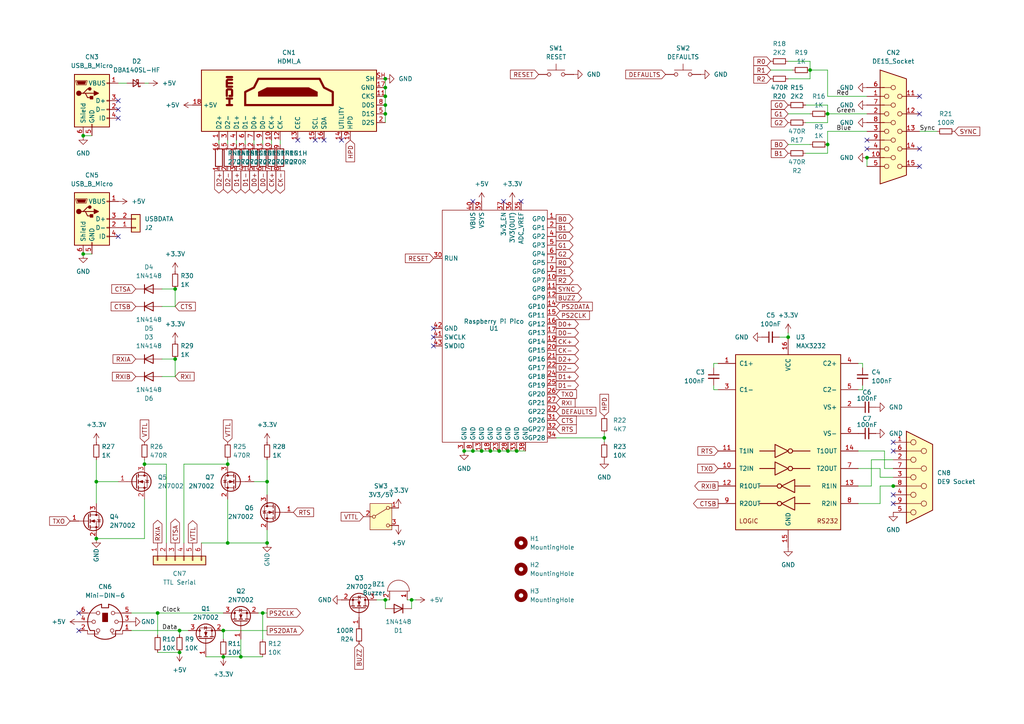
<source format=kicad_sch>
(kicad_sch (version 20231120) (generator "eeschema") (generator_version "8.0")
  (paper "A4")
  (junction (at 111.76 22.86))
  (junction (at 149.86 130.81))
  (junction (at 52.07 182.88))
  (junction (at 27.94 156.21))
  (junction (at 50.8 83.82))
  (junction (at 45.72 177.8))
  (junction (at 66.04 157.48))
  (junction (at 111.76 30.48))
  (junction (at 259.08 140.97))
  (junction (at 77.47 139.7))
  (junction (at 77.47 157.48))
  (junction (at 111.76 27.94))
  (junction (at 240.03 33.02))
  (junction (at 147.32 130.81))
  (junction (at 76.2 177.8))
  (junction (at 111.76 33.02))
  (junction (at 137.16 130.81))
  (junction (at 69.85 190.5))
  (junction (at 27.94 139.7))
  (junction (at 64.77 190.5))
  (junction (at 228.6 97.79))
  (junction (at 119.38 173.99))
  (junction (at 240.03 41.91))
  (junction (at 175.26 127))
  (junction (at 111.76 25.4))
  (junction (at 24.13 39.37))
  (junction (at 50.8 104.14))
  (junction (at 144.78 130.81))
  (junction (at 139.7 130.81))
  (junction (at 66.04 134.62))
  (junction (at 41.91 134.62))
  (junction (at 111.76 173.99))
  (junction (at 24.13 73.66))
  (junction (at 142.24 130.81))
  (junction (at 52.07 189.23))
  (junction (at 134.62 130.81))
  (junction (at 64.77 182.88))
  (junction (at 234.95 20.32))
  (junction (at 251.46 45.72))
  (no_connect (at 93.98 40.64))
  (no_connect (at 91.44 40.64))
  (no_connect (at 266.7 27.94))
  (no_connect (at 137.16 58.42))
  (no_connect (at 146.05 58.42))
  (no_connect (at 266.7 33.02))
  (no_connect (at 34.29 31.75))
  (no_connect (at 22.86 182.88))
  (no_connect (at 34.29 34.29))
  (no_connect (at 99.06 40.64))
  (no_connect (at 259.08 128.27))
  (no_connect (at 266.7 48.26))
  (no_connect (at 34.29 29.21))
  (no_connect (at 259.08 143.51))
  (no_connect (at 266.7 43.18))
  (no_connect (at 151.13 58.42))
  (no_connect (at 251.46 40.64))
  (no_connect (at 34.29 68.58))
  (no_connect (at 86.36 40.64))
  (no_connect (at 125.73 97.79))
  (no_connect (at 22.86 177.8))
  (no_connect (at 259.08 146.05))
  (no_connect (at 125.73 95.25))
  (no_connect (at 251.46 43.18))
  (no_connect (at 125.73 100.33))
  (no_connect (at 259.08 130.81))
  (wire (pts (xy 45.72 189.23) (xy 52.07 189.23)))
  (wire (pts (xy 50.8 109.22) (xy 50.8 104.14)))
  (wire (pts (xy 64.77 190.5) (xy 69.85 190.5)))
  (wire (pts (xy 76.2 177.8) (xy 74.93 177.8)))
  (wire (pts (xy 77.47 139.7) (xy 77.47 143.51)))
  (wire (pts (xy 144.78 130.81) (xy 147.32 130.81)))
  (wire (pts (xy 234.95 20.32) (xy 234.95 22.86)))
  (wire (pts (xy 251.46 45.72) (xy 251.46 48.26)))
  (wire (pts (xy 234.95 17.78) (xy 234.95 20.32)))
  (wire (pts (xy 149.86 130.81) (xy 152.4 130.81)))
  (wire (pts (xy 50.8 88.9) (xy 50.8 83.82)))
  (wire (pts (xy 208.28 105.41) (xy 207.01 105.41)))
  (wire (pts (xy 111.76 25.4) (xy 111.76 27.94)))
  (wire (pts (xy 118.11 173.99) (xy 119.38 173.99)))
  (wire (pts (xy 252.73 133.35) (xy 259.08 133.35)))
  (wire (pts (xy 48.26 157.48) (xy 48.26 134.62)))
  (wire (pts (xy 161.29 127) (xy 175.26 127)))
  (wire (pts (xy 36.83 24.13) (xy 34.29 24.13)))
  (wire (pts (xy 69.85 190.5) (xy 76.2 190.5)))
  (wire (pts (xy 259.08 135.89) (xy 256.54 135.89)))
  (wire (pts (xy 71.12 41.91) (xy 71.12 40.64)))
  (wire (pts (xy 27.94 139.7) (xy 27.94 146.05)))
  (wire (pts (xy 250.19 105.41) (xy 250.19 106.68)))
  (wire (pts (xy 271.78 38.1) (xy 266.7 38.1)))
  (wire (pts (xy 260.35 140.97) (xy 259.08 140.97)))
  (wire (pts (xy 228.6 41.91) (xy 234.95 41.91)))
  (wire (pts (xy 76.2 185.42) (xy 76.2 177.8)))
  (wire (pts (xy 45.72 177.8) (xy 64.77 177.8)))
  (wire (pts (xy 63.5 41.91) (xy 63.5 40.64)))
  (wire (pts (xy 228.6 22.86) (xy 234.95 22.86)))
  (wire (pts (xy 81.28 41.91) (xy 81.28 40.64)))
  (wire (pts (xy 240.03 35.56) (xy 240.03 33.02)))
  (wire (pts (xy 252.73 133.35) (xy 252.73 140.97)))
  (wire (pts (xy 111.76 173.99) (xy 111.76 176.53)))
  (wire (pts (xy 137.16 130.81) (xy 139.7 130.81)))
  (wire (pts (xy 207.01 105.41) (xy 207.01 106.68)))
  (wire (pts (xy 73.66 41.91) (xy 73.66 40.64)))
  (wire (pts (xy 45.72 177.8) (xy 45.72 184.15)))
  (wire (pts (xy 63.5 182.88) (xy 64.77 182.88)))
  (wire (pts (xy 119.38 173.99) (xy 120.65 173.99)))
  (wire (pts (xy 111.76 22.86) (xy 111.76 25.4)))
  (wire (pts (xy 66.04 157.48) (xy 77.47 157.48)))
  (wire (pts (xy 256.54 130.81) (xy 248.92 130.81)))
  (wire (pts (xy 76.2 41.91) (xy 76.2 40.64)))
  (wire (pts (xy 38.1 182.88) (xy 52.07 182.88)))
  (wire (pts (xy 256.54 135.89) (xy 256.54 130.81)))
  (wire (pts (xy 255.27 138.43) (xy 259.08 138.43)))
  (wire (pts (xy 240.03 33.02) (xy 251.46 33.02)))
  (wire (pts (xy 111.76 30.48) (xy 111.76 33.02)))
  (wire (pts (xy 109.22 173.99) (xy 111.76 173.99)))
  (wire (pts (xy 66.04 133.35) (xy 66.04 134.62)))
  (wire (pts (xy 251.46 38.1) (xy 240.03 38.1)))
  (wire (pts (xy 228.6 17.78) (xy 234.95 17.78)))
  (wire (pts (xy 46.99 109.22) (xy 50.8 109.22)))
  (wire (pts (xy 46.99 83.82) (xy 50.8 83.82)))
  (wire (pts (xy 58.42 157.48) (xy 66.04 157.48)))
  (wire (pts (xy 252.73 140.97) (xy 248.92 140.97)))
  (wire (pts (xy 226.06 97.79) (xy 228.6 97.79)))
  (wire (pts (xy 41.91 144.78) (xy 41.91 156.21)))
  (wire (pts (xy 77.47 133.35) (xy 77.47 139.7)))
  (wire (pts (xy 207.01 113.03) (xy 208.28 113.03)))
  (wire (pts (xy 46.99 104.14) (xy 50.8 104.14)))
  (wire (pts (xy 248.92 105.41) (xy 250.19 105.41)))
  (wire (pts (xy 73.66 139.7) (xy 77.47 139.7)))
  (wire (pts (xy 41.91 24.13) (xy 43.18 24.13)))
  (wire (pts (xy 142.24 130.81) (xy 144.78 130.81)))
  (wire (pts (xy 64.77 182.88) (xy 77.47 182.88)))
  (wire (pts (xy 255.27 135.89) (xy 248.92 135.89)))
  (wire (pts (xy 240.03 20.32) (xy 240.03 27.94)))
  (wire (pts (xy 68.58 41.91) (xy 68.58 40.64)))
  (wire (pts (xy 41.91 156.21) (xy 27.94 156.21)))
  (wire (pts (xy 77.47 157.48) (xy 77.47 153.67)))
  (wire (pts (xy 233.68 44.45) (xy 240.03 44.45)))
  (wire (pts (xy 46.99 88.9) (xy 50.8 88.9)))
  (wire (pts (xy 66.04 41.91) (xy 66.04 40.64)))
  (wire (pts (xy 111.76 33.02) (xy 111.76 35.56)))
  (wire (pts (xy 52.07 182.88) (xy 54.61 182.88)))
  (wire (pts (xy 240.03 30.48) (xy 240.03 33.02)))
  (wire (pts (xy 76.2 177.8) (xy 77.47 177.8)))
  (wire (pts (xy 119.38 173.99) (xy 119.38 176.53)))
  (wire (pts (xy 255.27 140.97) (xy 259.08 140.97)))
  (wire (pts (xy 64.77 182.88) (xy 64.77 185.42)))
  (wire (pts (xy 233.68 35.56) (xy 240.03 35.56)))
  (wire (pts (xy 228.6 33.02) (xy 234.95 33.02)))
  (wire (pts (xy 38.1 177.8) (xy 45.72 177.8)))
  (wire (pts (xy 53.34 157.48) (xy 53.34 134.62)))
  (wire (pts (xy 234.95 20.32) (xy 240.03 20.32)))
  (wire (pts (xy 134.62 130.81) (xy 137.16 130.81)))
  (wire (pts (xy 111.76 173.99) (xy 113.03 173.99)))
  (wire (pts (xy 223.52 20.32) (xy 229.87 20.32)))
  (wire (pts (xy 250.19 113.03) (xy 248.92 113.03)))
  (wire (pts (xy 255.27 138.43) (xy 255.27 135.89)))
  (wire (pts (xy 240.03 27.94) (xy 251.46 27.94)))
  (wire (pts (xy 111.76 27.94) (xy 111.76 30.48)))
  (wire (pts (xy 240.03 44.45) (xy 240.03 41.91)))
  (wire (pts (xy 228.6 96.52) (xy 228.6 97.79)))
  (wire (pts (xy 66.04 144.78) (xy 66.04 157.48)))
  (wire (pts (xy 27.94 133.35) (xy 27.94 139.7)))
  (wire (pts (xy 250.19 111.76) (xy 250.19 113.03)))
  (wire (pts (xy 139.7 130.81) (xy 142.24 130.81)))
  (wire (pts (xy 175.26 125.73) (xy 175.26 127)))
  (wire (pts (xy 41.91 133.35) (xy 41.91 134.62)))
  (wire (pts (xy 24.13 39.37) (xy 26.67 39.37)))
  (wire (pts (xy 240.03 38.1) (xy 240.03 41.91)))
  (wire (pts (xy 69.85 185.42) (xy 69.85 190.5)))
  (wire (pts (xy 248.92 146.05) (xy 255.27 146.05)))
  (wire (pts (xy 175.26 127) (xy 175.26 128.27)))
  (wire (pts (xy 53.34 134.62) (xy 66.04 134.62)))
  (wire (pts (xy 59.69 190.5) (xy 64.77 190.5)))
  (wire (pts (xy 78.74 41.91) (xy 78.74 40.64)))
  (wire (pts (xy 147.32 130.81) (xy 149.86 130.81)))
  (wire (pts (xy 52.07 184.15) (xy 52.07 182.88)))
  (wire (pts (xy 24.13 73.66) (xy 26.67 73.66)))
  (wire (pts (xy 255.27 146.05) (xy 255.27 140.97)))
  (wire (pts (xy 233.68 30.48) (xy 240.03 30.48)))
  (wire (pts (xy 207.01 111.76) (xy 207.01 113.03)))
  (wire (pts (xy 34.29 139.7) (xy 27.94 139.7)))
  (wire (pts (xy 48.26 134.62) (xy 41.91 134.62)))
  (label "Blue" (at 242.57 38.1 0))
  (label "Green" (at 242.57 33.02 0))
  (label "Clock" (at 46.99 177.8 0))
  (label "Sync" (at 266.7 38.1 0))
  (label "Red" (at 242.57 27.94 0))
  (label "Data" (at 46.99 182.88 0))
  (global_label "CK+" (shape output) (at 78.74 49.53 270) (property "Intersheetrefs" "${INTERSHEET_REFS}" (effects (hide yes))))
  (global_label "HPD" (shape input) (at 175.26 120.65 90) (property "Intersheetrefs" "${INTERSHEET_REFS}" (effects (hide yes))))
  (global_label "CK-" (shape output) (at 81.28 49.53 270) (property "Intersheetrefs" "${INTERSHEET_REFS}" (effects (hide yes))))
  (global_label "DEFAULTS" (shape input) (at 193.04 21.59 180) (property "Intersheetrefs" "${INTERSHEET_REFS}" (effects (hide yes))))
  (global_label "D1-" (shape output) (at 71.12 49.53 270) (property "Intersheetrefs" "${INTERSHEET_REFS}" (effects (hide yes))))
  (global_label "RESET" (shape input) (at 156.21 21.59 180) (property "Intersheetrefs" "${INTERSHEET_REFS}" (effects (hide yes))))
  (global_label "RTS" (shape input) (at 161.29 124.46 0) (property "Intersheetrefs" "${INTERSHEET_REFS}" (effects (hide yes))))
  (global_label "HPD" (shape input) (at 101.6 40.64 270) (property "Intersheetrefs" "${INTERSHEET_REFS}" (effects (hide yes))))
  (global_label "B1" (shape output) (at 161.29 66.04 0) (property "Intersheetrefs" "${INTERSHEET_REFS}" (effects (hide yes))))
  (global_label "PS2DATA" (shape input) (at 161.29 88.9 0) (property "Intersheetrefs" "${INTERSHEET_REFS}" (effects (hide yes))))
  (global_label "PS2DATA" (shape output) (at 77.47 182.88 0) (property "Intersheetrefs" "${INTERSHEET_REFS}" (effects (hide yes))))
  (global_label "RXIB" (shape output) (at 208.28 140.97 180) (property "Intersheetrefs" "${INTERSHEET_REFS}" (effects (hide yes))))
  (global_label "G2" (shape output) (at 161.29 73.66 0) (property "Intersheetrefs" "${INTERSHEET_REFS}" (effects (hide yes))))
  (global_label "CTS" (shape input) (at 50.8 88.9 0) (property "Intersheetrefs" "${INTERSHEET_REFS}" (effects (hide yes))))
  (global_label "D2+" (shape output) (at 63.5 49.53 270) (property "Intersheetrefs" "${INTERSHEET_REFS}" (effects (hide yes))))
  (global_label "CTSA" (shape input) (at 39.37 83.82 180) (property "Intersheetrefs" "${INTERSHEET_REFS}" (effects (hide yes))))
  (global_label "CTS" (shape input) (at 161.29 121.92 0) (property "Intersheetrefs" "${INTERSHEET_REFS}" (effects (hide yes))))
  (global_label "VTTL" (shape input) (at 105.41 149.86 180) (property "Intersheetrefs" "${INTERSHEET_REFS}" (effects (hide yes))))
  (global_label "D2-" (shape output) (at 66.04 49.53 270) (property "Intersheetrefs" "${INTERSHEET_REFS}" (effects (hide yes))))
  (global_label "VTTL" (shape output) (at 55.88 157.48 90) (property "Intersheetrefs" "${INTERSHEET_REFS}" (effects (hide yes))))
  (global_label "B0" (shape output) (at 161.29 63.5 0) (property "Intersheetrefs" "${INTERSHEET_REFS}" (effects (hide yes))))
  (global_label "D0-" (shape output) (at 76.2 49.53 270) (property "Intersheetrefs" "${INTERSHEET_REFS}" (effects (hide yes))))
  (global_label "CTSB" (shape input) (at 39.37 88.9 180) (property "Intersheetrefs" "${INTERSHEET_REFS}" (effects (hide yes))))
  (global_label "G2" (shape input) (at 228.6 35.56 180) (property "Intersheetrefs" "${INTERSHEET_REFS}" (effects (hide yes))))
  (global_label "SYNC" (shape input) (at 276.86 38.1 0) (property "Intersheetrefs" "${INTERSHEET_REFS}" (effects (hide yes))))
  (global_label "VTTL" (shape input) (at 41.91 128.27 90) (property "Intersheetrefs" "${INTERSHEET_REFS}" (effects (hide yes))))
  (global_label "CTSA" (shape output) (at 50.8 157.48 90) (property "Intersheetrefs" "${INTERSHEET_REFS}" (effects (hide yes))))
  (global_label "D0+" (shape output) (at 161.29 93.98 0) (property "Intersheetrefs" "${INTERSHEET_REFS}" (effects (hide yes))))
  (global_label "BUZZ" (shape output) (at 161.29 86.36 0) (property "Intersheetrefs" "${INTERSHEET_REFS}" (effects (hide yes))))
  (global_label "R0" (shape input) (at 223.52 17.78 180) (property "Intersheetrefs" "${INTERSHEET_REFS}" (effects (hide yes))))
  (global_label "R1" (shape input) (at 223.52 20.32 180) (property "Intersheetrefs" "${INTERSHEET_REFS}" (effects (hide yes))))
  (global_label "RTS" (shape input) (at 208.28 130.81 180) (property "Intersheetrefs" "${INTERSHEET_REFS}" (effects (hide yes))))
  (global_label "R2" (shape output) (at 161.29 81.28 0) (property "Intersheetrefs" "${INTERSHEET_REFS}" (effects (hide yes))))
  (global_label "R2" (shape input) (at 223.52 22.86 180) (property "Intersheetrefs" "${INTERSHEET_REFS}" (effects (hide yes))))
  (global_label "TXO" (shape input) (at 208.28 135.89 180) (property "Intersheetrefs" "${INTERSHEET_REFS}" (effects (hide yes))))
  (global_label "D0+" (shape output) (at 73.66 49.53 270) (property "Intersheetrefs" "${INTERSHEET_REFS}" (effects (hide yes))))
  (global_label "D2+" (shape output) (at 161.29 104.14 0) (property "Intersheetrefs" "${INTERSHEET_REFS}" (effects (hide yes))))
  (global_label "RTS" (shape input) (at 85.09 148.59 0) (property "Intersheetrefs" "${INTERSHEET_REFS}" (effects (hide yes))))
  (global_label "RXIA" (shape output) (at 45.72 157.48 90) (property "Intersheetrefs" "${INTERSHEET_REFS}" (effects (hide yes))))
  (global_label "CK+" (shape output) (at 161.29 99.06 0) (property "Intersheetrefs" "${INTERSHEET_REFS}" (effects (hide yes))))
  (global_label "TXO" (shape input) (at 161.29 114.3 0) (property "Intersheetrefs" "${INTERSHEET_REFS}" (effects (hide yes))))
  (global_label "VTTL" (shape input) (at 66.04 128.27 90) (property "Intersheetrefs" "${INTERSHEET_REFS}" (effects (hide yes))))
  (global_label "G1" (shape output) (at 161.29 71.12 0) (property "Intersheetrefs" "${INTERSHEET_REFS}" (effects (hide yes))))
  (global_label "CTSB" (shape output) (at 208.28 146.05 180) (property "Intersheetrefs" "${INTERSHEET_REFS}" (effects (hide yes))))
  (global_label "D1+" (shape output) (at 68.58 49.53 270) (property "Intersheetrefs" "${INTERSHEET_REFS}" (effects (hide yes))))
  (global_label "CK-" (shape output) (at 161.29 101.6 0) (property "Intersheetrefs" "${INTERSHEET_REFS}" (effects (hide yes))))
  (global_label "D1+" (shape output) (at 161.29 109.22 0) (property "Intersheetrefs" "${INTERSHEET_REFS}" (effects (hide yes))))
  (global_label "RESET" (shape input) (at 125.73 74.93 180) (property "Intersheetrefs" "${INTERSHEET_REFS}" (effects (hide yes))))
  (global_label "DEFAULTS" (shape input) (at 161.29 119.38 0) (property "Intersheetrefs" "${INTERSHEET_REFS}" (effects (hide yes))))
  (global_label "R1" (shape output) (at 161.29 78.74 0) (property "Intersheetrefs" "${INTERSHEET_REFS}" (effects (hide yes))))
  (global_label "PS2CLK" (shape input) (at 161.29 91.44 0) (property "Intersheetrefs" "${INTERSHEET_REFS}" (effects (hide yes))))
  (global_label "RXI" (shape input) (at 161.29 116.84 0) (property "Intersheetrefs" "${INTERSHEET_REFS}" (effects (hide yes))))
  (global_label "BUZZ" (shape input) (at 104.14 186.69 270) (property "Intersheetrefs" "${INTERSHEET_REFS}" (effects (hide yes))))
  (global_label "D2-" (shape output) (at 161.29 106.68 0) (property "Intersheetrefs" "${INTERSHEET_REFS}" (effects (hide yes))))
  (global_label "SYNC" (shape output) (at 161.29 83.82 0) (property "Intersheetrefs" "${INTERSHEET_REFS}" (effects (hide yes))))
  (global_label "B1" (shape input) (at 228.6 44.45 180) (property "Intersheetrefs" "${INTERSHEET_REFS}" (effects (hide yes))))
  (global_label "TXO" (shape input) (at 20.32 151.13 180) (property "Intersheetrefs" "${INTERSHEET_REFS}" (effects (hide yes))))
  (global_label "G0" (shape output) (at 161.29 68.58 0) (property "Intersheetrefs" "${INTERSHEET_REFS}" (effects (hide yes))))
  (global_label "D1-" (shape output) (at 161.29 111.76 0) (property "Intersheetrefs" "${INTERSHEET_REFS}" (effects (hide yes))))
  (global_label "RXI" (shape input) (at 50.8 109.22 0) (property "Intersheetrefs" "${INTERSHEET_REFS}" (effects (hide yes))))
  (global_label "B0" (shape input) (at 228.6 41.91 180) (property "Intersheetrefs" "${INTERSHEET_REFS}" (effects (hide yes))))
  (global_label "G1" (shape input) (at 228.6 33.02 180) (property "Intersheetrefs" "${INTERSHEET_REFS}" (effects (hide yes))))
  (global_label "D0-" (shape output) (at 161.29 96.52 0) (property "Intersheetrefs" "${INTERSHEET_REFS}" (effects (hide yes))))
  (global_label "R0" (shape output) (at 161.29 76.2 0) (property "Intersheetrefs" "${INTERSHEET_REFS}" (effects (hide yes))))
  (global_label "PS2CLK" (shape output) (at 77.47 177.8 0) (property "Intersheetrefs" "${INTERSHEET_REFS}" (effects (hide yes))))
  (global_label "RXIB" (shape input) (at 39.37 109.22 180) (property "Intersheetrefs" "${INTERSHEET_REFS}" (effects (hide yes))))
  (global_label "G0" (shape input) (at 228.6 30.48 180) (property "Intersheetrefs" "${INTERSHEET_REFS}" (effects (hide yes))))
  (global_label "RXIA" (shape input) (at 39.37 104.14 180) (property "Intersheetrefs" "${INTERSHEET_REFS}" (effects (hide yes))))
  (symbol (lib_id "power:GND") (at 251.46 45.72 270) (unit 1)
    (property "Reference" "#PWR017" (effects (hide yes)))
    (property "Value" "GND" (at 247.65 45.7199 90) (effects (justify right)))
    (property "Description" "Power symbol creates a global label with name \"GND\" , ground" (effects (hide yes)))
  )
  (symbol (lib_id "Device:R_Small") (at 76.2 187.96 0) (unit 1)
    (property "Reference" "R12" (at 77.724 186.69 0) (effects (justify left)))
    (property "Value" "10K" (at 77.724 189.23 0) (effects (justify left)))
    (property "Footprint" "Resistor_SMD:R_0805_2012Metric_Pad1.20x1.40mm_HandSolder" (effects (hide yes)))
    (property "Description" "Resistor, small symbol" (effects (hide yes)))
  )
  (symbol (lib_id "power:GND") (at 134.62 130.81 0) (unit 1)
    (property "Reference" "#PWR02" (effects (hide yes)))
    (property "Value" "GND" (at 134.62 135.89 0))
    (property "Description" "Power symbol creates a global label with name \"GND\" , ground" (effects (hide yes)))
  )
  (symbol (lib_id "Device:R_Small") (at 226.06 22.86 90) (mirror x) (unit 1)
    (property "Reference" "R20" (at 226.06 27.94 90))
    (property "Value" "470R" (at 226.06 25.4 90))
    (property "Footprint" "Resistor_SMD:R_0805_2012Metric_Pad1.20x1.40mm_HandSolder" (effects (hide yes)))
    (property "Description" "Resistor, small symbol" (effects (hide yes)))
  )
  (symbol (lib_id "Device:R_Pack08_Split") (at 71.12 45.72 0) (unit 4)
    (property "Reference" "RN1" (at 73.66 44.4499 0) (effects (justify left)))
    (property "Value" "270R" (at 73.66 46.9899 0) (effects (justify left)))
    (property "Footprint" "Package_SO:SOIC-16W_5.3x10.2mm_P1.27mm" (effects (hide yes)))
    (property "Datasheet" "https://www.bourns.com/docs/Product-Datasheets/4800P.pdf" (effects (hide yes)))
    (property "Description" "8 resistor network, parallel topology, split" (effects (hide yes)))
    (property "DigiKey" "4816P-1-271LFCT-ND" (effects (hide yes)))
  )
  (symbol (lib_id "Diode:1N4148") (at 43.18 104.14 0) (unit 1)
    (property "Reference" "D3" (at 43.18 97.79 0))
    (property "Value" "1N4148" (at 43.18 100.33 0))
    (property "Footprint" "Diode_SMD:D_0805_2012Metric_Pad1.15x1.40mm_HandSolder" (effects (hide yes)))
    (property "Datasheet" "https://assets.nexperia.com/documents/data-sheet/1N4148_1N4448.pdf" (effects (hide yes)))
    (property "Description" "100V 0.15A standard switching diode, DO-35" (effects (hide yes)))
    (property "Sim.Device" "D" (effects (hide yes)))
    (property "Sim.Pins" "1=K 2=A" (effects (hide yes)))
    (property "DigiKey" "1N4148WXTPMSCT-ND" (effects (hide yes)))
  )
  (symbol (lib_id "Connector:HDMI_A") (at 83.82 30.48 90) (unit 1)
    (property "Reference" "CN1" (at 83.82 15.24 90))
    (property "Value" "HDMI_A" (at 83.82 17.78 90))
    (property "Footprint" "Connector_HDMI:HDMI_A_Amphenol_10029449-x01xLF_Horizontal" (effects (hide yes)))
    (property "Datasheet" "https://en.wikipedia.org/wiki/HDMI" (effects (hide yes)))
    (property "Description" "HDMI type A connector" (effects (hide yes)))
    (property "DigiKey" "609-4614-1-ND" (effects (hide yes)))
  )
  (symbol (lib_id "Mechanical:MountingHole") (at 151.13 172.72 0) (unit 1) (exclude_from_sim yes) (in_bom no)
    (property "Reference" "H3" (at 153.67 171.4499 0) (effects (justify left)))
    (property "Value" "MountingHole" (at 153.67 173.9899 0) (effects (justify left)))
    (property "Footprint" "MountingHole:MountingHole_3.2mm_M3" (effects (hide yes)))
    (property "Description" "Mounting Hole without connection" (effects (hide yes)))
  )
  (symbol (lib_id "Device:R_Small") (at 41.91 130.81 0) (unit 1)
    (property "Reference" "R26" (at 43.434 129.54 0) (effects (justify left)))
    (property "Value" "470R" (at 43.434 132.08 0) (effects (justify left)))
    (property "Footprint" "Resistor_SMD:R_0805_2012Metric_Pad1.20x1.40mm_HandSolder" (effects (hide yes)))
    (property "Description" "Resistor, small symbol" (effects (hide yes)))
  )
  (symbol (lib_id "power:+3.3V") (at 27.94 128.27 0) (unit 1)
    (property "Reference" "#PWR032" (effects (hide yes)))
    (property "Value" "+3.3V" (at 27.94 123.19 0))
    (property "Description" "Power symbol creates a global label with name \"+3.3V\"" (effects (hide yes)))
  )
  (symbol (lib_id "Connector:USB_B_Micro") (at 26.67 63.5 0) (unit 1)
    (property "Reference" "CN5" (at 26.67 50.8 0))
    (property "Value" "USB_B_Micro" (at 26.67 53.34 0))
    (property "Footprint" "Connector_USB:USB_Micro-B_Wuerth_629105150521" (effects (hide yes)))
    (property "Datasheet" "https://www.we-online.com/katalog/datasheet/629105150521.pdf" (effects (hide yes)))
    (property "Description" "USB Micro Type B connector" (effects (hide yes)))
    (property "DigiKey" "732-5960-1-ND" (effects (hide yes)))
  )
  (symbol (lib_id "Diode:1N4148") (at 43.18 83.82 0) (unit 1)
    (property "Reference" "D4" (at 43.18 77.47 0))
    (property "Value" "1N4148" (at 43.18 80.01 0))
    (property "Footprint" "Diode_SMD:D_0805_2012Metric_Pad1.15x1.40mm_HandSolder" (effects (hide yes)))
    (property "Datasheet" "https://assets.nexperia.com/documents/data-sheet/1N4148_1N4448.pdf" (effects (hide yes)))
    (property "Description" "100V 0.15A standard switching diode, DO-35" (effects (hide yes)))
    (property "Sim.Device" "D" (effects (hide yes)))
    (property "Sim.Pins" "1=K 2=A" (effects (hide yes)))
    (property "DigiKey" "1N4148WXTPMSCT-ND" (effects (hide yes)))
  )
  (symbol (lib_id "MCU_RaspberryPiPico:PiPico") (at 143.51 95.25 0) (unit 1)
    (property "Reference" "U1" (at 143.256 95.25 0))
    (property "Value" "Raspberry Pi Pico" (at 143.256 93.218 0))
    (property "Footprint" "MCU_RaspberryPi_and_Boards:RPi_Pico_SMD_TH" (effects (hide yes)))
  )
  (symbol (lib_id "Device:R_Small") (at 52.07 186.69 0) (unit 1)
    (property "Reference" "R9" (at 53.594 185.42 0) (effects (justify left)))
    (property "Value" "10K" (at 53.594 187.96 0) (effects (justify left)))
    (property "Footprint" "Resistor_SMD:R_0805_2012Metric_Pad1.20x1.40mm_HandSolder" (effects (hide yes)))
    (property "Description" "Resistor, small symbol" (effects (hide yes)))
  )
  (symbol (lib_id "power:GND") (at 203.2 21.59 90) (unit 1)
    (property "Reference" "#PWR026" (effects (hide yes)))
    (property "Value" "GND" (at 207.01 21.5899 90) (effects (justify right)))
    (property "Description" "Power symbol creates a global label with name \"GND\" , ground" (effects (hide yes)))
  )
  (symbol (lib_id "power:+5V") (at 55.88 30.48 90) (unit 1)
    (property "Reference" "#PWR023" (effects (hide yes)))
    (property "Value" "+5V" (at 52.07 30.4799 90) (effects (justify left)))
    (property "Description" "Power symbol creates a global label with name \"+5V\"" (effects (hide yes)))
  )
  (symbol (lib_id "Device:R_Small") (at 50.8 81.28 0) (unit 1)
    (property "Reference" "R30" (at 52.324 80.01 0) (effects (justify left)))
    (property "Value" "1K" (at 52.324 82.55 0) (effects (justify left)))
    (property "Footprint" "Resistor_SMD:R_0805_2012Metric_Pad1.20x1.40mm_HandSolder" (effects (hide yes)))
    (property "Description" "Resistor, small symbol" (effects (hide yes)))
  )
  (symbol (lib_id "power:+3.3V") (at 228.6 96.52 0) (unit 1)
    (property "Reference" "#PWR012" (effects (hide yes)))
    (property "Value" "+3.3V" (at 228.6 91.44 0))
    (property "Description" "Power symbol creates a global label with name \"+3.3V\"" (effects (hide yes)))
  )
  (symbol (lib_id "Device:R_Pack08_Split") (at 73.66 45.72 0) (unit 5)
    (property "Reference" "RN1" (at 76.2 44.4499 0) (effects (justify left)))
    (property "Value" "270R" (at 76.2 46.9899 0) (effects (justify left)))
    (property "Footprint" "Package_SO:SOIC-16W_5.3x10.2mm_P1.27mm" (effects (hide yes)))
    (property "Datasheet" "https://www.bourns.com/docs/Product-Datasheets/4800P.pdf" (effects (hide yes)))
    (property "Description" "8 resistor network, parallel topology, split" (effects (hide yes)))
    (property "DigiKey" "4816P-1-271LFCT-ND" (effects (hide yes)))
  )
  (symbol (lib_id "power:+5V") (at 115.57 152.4 180) (unit 1)
    (property "Reference" "#PWR034" (effects (hide yes)))
    (property "Value" "+5V" (at 115.57 157.48 0))
    (property "Description" "Power symbol creates a global label with name \"+5V\"" (effects (hide yes)))
  )
  (symbol (lib_id "power:+3.3V") (at 148.59 58.42 0) (unit 1)
    (property "Reference" "#PWR03" (effects (hide yes)))
    (property "Value" "+3.3V" (at 148.59 53.34 0))
    (property "Description" "Power symbol creates a global label with name \"+3.3V\"" (effects (hide yes)))
  )
  (symbol (lib_id "power:GND") (at 259.08 148.59 0) (unit 1)
    (property "Reference" "#PWR013" (effects (hide yes)))
    (property "Value" "GND" (at 259.08 153.67 0))
    (property "Description" "Power symbol creates a global label with name \"GND\" , ground" (effects (hide yes)))
  )
  (symbol (lib_id "Device:R_Small") (at 237.49 33.02 90) (unit 1)
    (property "Reference" "R16" (at 237.49 27.94 90))
    (property "Value" "1K" (at 237.49 30.48 90))
    (property "Footprint" "Resistor_SMD:R_0805_2012Metric_Pad1.20x1.40mm_HandSolder" (effects (hide yes)))
    (property "Description" "Resistor, small symbol" (effects (hide yes)))
  )
  (symbol (lib_id "Device:R_Small") (at 50.8 101.6 0) (unit 1)
    (property "Reference" "R29" (at 52.324 100.33 0) (effects (justify left)))
    (property "Value" "1K" (at 52.324 102.87 0) (effects (justify left)))
    (property "Footprint" "Resistor_SMD:R_0805_2012Metric_Pad1.20x1.40mm_HandSolder" (effects (hide yes)))
    (property "Description" "Resistor, small symbol" (effects (hide yes)))
  )
  (symbol (lib_id "Mechanical:MountingHole") (at 151.13 157.48 0) (unit 1) (exclude_from_sim yes) (in_bom no)
    (property "Reference" "H1" (at 153.67 156.2099 0) (effects (justify left)))
    (property "Value" "MountingHole" (at 153.67 158.7499 0) (effects (justify left)))
    (property "Footprint" "MountingHole:MountingHole_3.2mm_M3" (effects (hide yes)))
    (property "Description" "Mounting Hole without connection" (effects (hide yes)))
  )
  (symbol (lib_id "Device:Buzzer") (at 115.57 171.45 270) (mirror x) (unit 1)
    (property "Reference" "BZ1" (at 111.76 169.4248 90) (effects (justify right)))
    (property "Value" "Buzzer" (at 111.76 171.9648 90) (effects (justify right)))
    (property "Footprint" "Buzzer_Beeper:Buzzer_12x9.5RM7.6" (effects (hide yes)))
    (property "Description" "Buzzer, polarized" (effects (hide yes)))
  )
  (symbol (lib_id "Device:R_Small") (at 274.32 38.1 90) (unit 1)
    (property "Reference" "R21" (at 274.32 33.02 90))
    (property "Value" "100R" (at 274.32 35.56 90))
    (property "Footprint" "Resistor_SMD:R_0805_2012Metric_Pad1.20x1.40mm_HandSolder" (effects (hide yes)))
    (property "Description" "Resistor, small symbol" (effects (hide yes)))
  )
  (symbol (lib_id "Switch:SW_Push") (at 161.29 21.59 0) (unit 1)
    (property "Reference" "SW1" (at 161.29 13.97 0))
    (property "Value" "RESET" (at 161.29 16.51 0))
    (property "Footprint" "Button_Switch_THT:SW_Tactile_Straight_KSA0Axx1LFTR" (effects (hide yes)))
    (property "Datasheet" "https://www.ckswitches.com/media/1457/ksa_ksl.pdf" (effects (hide yes)))
    (property "Description" "Push button switch, generic, two pins" (effects (hide yes)))
    (property "DigiKey" "CKN10734-ND" (effects (hide yes)))
  )
  (symbol (lib_id "power:GND") (at 99.06 173.99 270) (unit 1)
    (property "Reference" "#PWR010" (effects (hide yes)))
    (property "Value" "GND" (at 96.266 173.99 90) (effects (justify right)))
    (property "Description" "Power symbol creates a global label with name \"GND\" , ground" (effects (hide yes)))
  )
  (symbol (lib_id "power:+5V") (at 52.07 189.23 180) (unit 1)
    (property "Reference" "#PWR07" (effects (hide yes)))
    (property "Value" "+5V" (at 52.07 194.31 0))
    (property "Description" "Power symbol creates a global label with name \"+5V\"" (effects (hide yes)))
  )
  (symbol (lib_id "Device:R_Small") (at 226.06 17.78 90) (unit 1)
    (property "Reference" "R18" (at 226.06 12.7 90))
    (property "Value" "2K2" (at 226.06 15.24 90))
    (property "Footprint" "Resistor_SMD:R_0805_2012Metric_Pad1.20x1.40mm_HandSolder" (effects (hide yes)))
    (property "Description" "Resistor, small symbol" (effects (hide yes)))
  )
  (symbol (lib_id "Device:R_Small") (at 104.14 184.15 180) (unit 1)
    (property "Reference" "R24" (at 102.616 185.42 0) (effects (justify left)))
    (property "Value" "100R" (at 102.616 182.88 0) (effects (justify left)))
    (property "Footprint" "Resistor_SMD:R_0805_2012Metric_Pad1.20x1.40mm_HandSolder" (effects (hide yes)))
    (property "Description" "Resistor, small symbol" (effects (hide yes)))
  )
  (symbol (lib_id "Device:C_Small") (at 251.46 118.11 90) (unit 1)
    (property "Reference" "C6" (at 251.46 113.792 90))
    (property "Value" "100nF" (at 251.46 115.57 90))
    (property "Footprint" "Capacitor_SMD:C_0805_2012Metric_Pad1.18x1.45mm_HandSolder" (effects (hide yes)))
    (property "Description" "Unpolarized capacitor, small symbol" (effects (hide yes)))
  )
  (symbol (lib_id "Device:R_Pack08_Split") (at 66.04 45.72 0) (unit 2)
    (property "Reference" "RN1" (at 68.58 44.4499 0) (effects (justify left)))
    (property "Value" "270R" (at 68.58 46.9899 0) (effects (justify left)))
    (property "Footprint" "Package_SO:SOIC-16W_5.3x10.2mm_P1.27mm" (effects (hide yes)))
    (property "Datasheet" "https://www.bourns.com/docs/Product-Datasheets/4800P.pdf" (effects (hide yes)))
    (property "Description" "8 resistor network, parallel topology, split" (effects (hide yes)))
    (property "DigiKey" "4816P-1-271LFCT-ND" (effects (hide yes)))
  )
  (symbol (lib_id "Device:R_Pack08_Split") (at 68.58 45.72 0) (unit 3)
    (property "Reference" "RN1" (at 71.12 44.4499 0) (effects (justify left)))
    (property "Value" "270R" (at 71.12 46.9899 0) (effects (justify left)))
    (property "Footprint" "Package_SO:SOIC-16W_5.3x10.2mm_P1.27mm" (effects (hide yes)))
    (property "Datasheet" "https://www.bourns.com/docs/Product-Datasheets/4800P.pdf" (effects (hide yes)))
    (property "Description" "8 resistor network, parallel topology, split" (effects (hide yes)))
    (property "DigiKey" "4816P-1-271LFCT-ND" (effects (hide yes)))
  )
  (symbol (lib_id "power:+5V") (at 22.86 180.34 90) (unit 1)
    (property "Reference" "#PWR05" (effects (hide yes)))
    (property "Value" "+5V" (at 19.05 180.3399 90) (effects (justify left)))
    (property "Description" "Power symbol creates a global label with name \"+5V\"" (effects (hide yes)))
  )
  (symbol (lib_id "power:GND") (at 220.98 97.79 270) (unit 1)
    (property "Reference" "#PWR014" (effects (hide yes)))
    (property "Value" "GND" (at 217.17 97.7899 90) (effects (justify right)))
    (property "Description" "Power symbol creates a global label with name \"GND\" , ground" (effects (hide yes)))
  )
  (symbol (lib_id "Device:R_Pack08_Split") (at 76.2 45.72 0) (unit 6)
    (property "Reference" "RN1" (at 78.74 44.4499 0) (effects (justify left)))
    (property "Value" "270R" (at 78.74 46.9899 0) (effects (justify left)))
    (property "Footprint" "Package_SO:SOIC-16W_5.3x10.2mm_P1.27mm" (effects (hide yes)))
    (property "Datasheet" "https://www.bourns.com/docs/Product-Datasheets/4800P.pdf" (effects (hide yes)))
    (property "Description" "8 resistor network, parallel topology, split" (effects (hide yes)))
    (property "DigiKey" "4816P-1-271LFCT-ND" (effects (hide yes)))
  )
  (symbol (lib_id "Device:D_Schottky_Small") (at 39.37 24.13 180) (unit 1)
    (property "Reference" "D2" (at 39.624 17.78 0))
    (property "Value" "DBA140SL-HF" (at 39.624 20.32 0))
    (property "Footprint" "Diode_SMD:D_SMA_Handsoldering" (effects (hide yes)))
    (property "Description" "Schottky diode, small symbol" (effects (hide yes)))
    (property "DigiKey" "641-1762-1-ND" (effects (hide yes)))
  )
  (symbol (lib_id "Connector:Mini-DIN-6") (at 30.48 180.34 0) (unit 1)
    (property "Reference" "CN6" (at 30.4977 170.18 0))
    (property "Value" "Mini-DIN-6" (at 30.4977 172.72 0))
    (property "Footprint" "Connector_Mini_DIN:KMDGX-6S-N" (effects (hide yes)))
    (property "Datasheet" "http://service.powerdynamics.com/ec/Catalog17/Section%2011.pdf" (effects (hide yes)))
    (property "Description" "6-pin Mini-DIN connector" (effects (hide yes)))
    (property "DigiKey" "2092-KMDGX-6S-BS-ND" (effects (hide yes)))
  )
  (symbol (lib_id "Device:R_Small") (at 231.14 30.48 90) (unit 1)
    (property "Reference" "R15" (at 231.14 25.4 90))
    (property "Value" "2K2" (at 231.14 27.94 90))
    (property "Footprint" "Resistor_SMD:R_0805_2012Metric_Pad1.20x1.40mm_HandSolder" (effects (hide yes)))
    (property "Description" "Resistor, small symbol" (effects (hide yes)))
  )
  (symbol (lib_id "Device:R_Small") (at 232.41 20.32 90) (unit 1)
    (property "Reference" "R19" (at 232.41 15.24 90))
    (property "Value" "1K" (at 232.41 17.78 90))
    (property "Footprint" "Resistor_SMD:R_0805_2012Metric_Pad1.20x1.40mm_HandSolder" (effects (hide yes)))
    (property "Description" "Resistor, small symbol" (effects (hide yes)))
  )
  (symbol (lib_id "Device:R_Small") (at 64.77 187.96 0) (unit 1)
    (property "Reference" "R11" (at 66.04 186.69 0) (effects (justify left)))
    (property "Value" "10K" (at 66.04 189.23 0) (effects (justify left)))
    (property "Footprint" "Resistor_SMD:R_0805_2012Metric_Pad1.20x1.40mm_HandSolder" (effects (hide yes)))
    (property "Description" "Resistor, small symbol" (effects (hide yes)))
  )
  (symbol (lib_id "power:+3.3V") (at 115.57 147.32 0) (unit 1)
    (property "Reference" "#PWR033" (effects (hide yes)))
    (property "Value" "+3.3V" (at 115.57 142.24 0))
    (property "Description" "Power symbol creates a global label with name \"+3.3V\"" (effects (hide yes)))
  )
  (symbol (lib_id "Device:R_Small") (at 231.14 35.56 90) (mirror x) (unit 1)
    (property "Reference" "R17" (at 231.14 40.64 90))
    (property "Value" "470R" (at 231.14 38.1 90))
    (property "Footprint" "Resistor_SMD:R_0805_2012Metric_Pad1.20x1.40mm_HandSolder" (effects (hide yes)))
    (property "Description" "Resistor, small symbol" (effects (hide yes)))
  )
  (symbol (lib_id "power:+5V") (at 139.7 58.42 0) (unit 1)
    (property "Reference" "#PWR01" (effects (hide yes)))
    (property "Value" "+5V" (at 139.7 53.34 0))
    (property "Description" "Power symbol creates a global label with name \"+5V\"" (effects (hide yes)))
  )
  (symbol (lib_id "Transistor_FET:2N7002") (at 69.85 180.34 90) (unit 1)
    (property "Reference" "Q2" (at 69.85 171.45 90))
    (property "Value" "2N7002" (at 69.85 173.99 90))
    (property "Footprint" "Package_TO_SOT_SMD:SOT-23" (effects (hide yes)))
    (property "Datasheet" "https://www.onsemi.com/pub/Collateral/NDS7002A-D.PDF" (effects (hide yes)))
    (property "Description" "0.115A Id, 60V Vds, N-Channel MOSFET, SOT-23" (effects (hide yes)))
  )
  (symbol (lib_id "Transistor_FET:2N7002") (at 68.58 139.7 0) (mirror y) (unit 1)
    (property "Reference" "Q7" (at 62.23 138.4299 0) (effects (justify left)))
    (property "Value" "2N7002" (at 62.23 140.9699 0) (effects (justify left)))
    (property "Footprint" "Package_TO_SOT_SMD:SOT-23" (effects (hide yes)))
    (property "Datasheet" "https://www.onsemi.com/pub/Collateral/NDS7002A-D.PDF" (effects (hide yes)))
    (property "Description" "0.115A Id, 60V Vds, N-Channel MOSFET, SOT-23" (effects (hide yes)))
  )
  (symbol (lib_id "Connector_Generic:Conn_01x02") (at 39.37 66.04 0) (mirror x) (unit 1)
    (property "Reference" "J2" (at 41.91 66.0401 0) (effects (justify left)))
    (property "Value" "USBDATA" (at 41.91 63.5001 0) (effects (justify left)))
    (property "Footprint" "Connector_PinHeader_2.54mm:PinHeader_1x02_P2.54mm_Vertical" (effects (hide yes)))
    (property "Description" "Generic connector, single row, 01x02, script generated (kicad-library-utils/schlib/autogen/connector/)" (effects (hide yes)))
  )
  (symbol (lib_id "Device:C_Small") (at 223.52 97.79 90) (unit 1)
    (property "Reference" "C5" (at 223.5263 91.44 90))
    (property "Value" "100nF" (at 223.5263 93.98 90))
    (property "Footprint" "Capacitor_SMD:C_0805_2012Metric_Pad1.18x1.45mm_HandSolder" (effects (hide yes)))
    (property "Description" "Unpolarized capacitor, small symbol" (effects (hide yes)))
  )
  (symbol (lib_id "Diode:1N4148") (at 43.18 109.22 0) (mirror x) (unit 1)
    (property "Reference" "D6" (at 43.18 115.57 0))
    (property "Value" "1N4148" (at 43.18 113.03 0))
    (property "Footprint" "Diode_SMD:D_0805_2012Metric_Pad1.15x1.40mm_HandSolder" (effects (hide yes)))
    (property "Datasheet" "https://assets.nexperia.com/documents/data-sheet/1N4148_1N4448.pdf" (effects (hide yes)))
    (property "Description" "100V 0.15A standard switching diode, DO-35" (effects (hide yes)))
    (property "Sim.Device" "D" (effects (hide yes)))
    (property "Sim.Pins" "1=K 2=A" (effects (hide yes)))
    (property "DigiKey" "1N4148WXTPMSCT-ND" (effects (hide yes)))
  )
  (symbol (lib_id "Device:R_Pack08_Split") (at 63.5 45.72 0) (unit 1)
    (property "Reference" "RN1" (at 66.04 44.4499 0) (effects (justify left)))
    (property "Value" "270R" (at 66.04 46.9899 0) (effects (justify left)))
    (property "Footprint" "Package_SO:SOIC-16W_5.3x10.2mm_P1.27mm" (effects (hide yes)))
    (property "Datasheet" "https://www.bourns.com/docs/Product-Datasheets/4800P.pdf" (effects (hide yes)))
    (property "Description" "8 resistor network, parallel topology, split" (effects (hide yes)))
    (property "DigiKey" "4816P-1-271LFCT-ND" (effects (hide yes)))
  )
  (symbol (lib_id "Connector:DE9_Receptacle") (at 266.7 138.43 0) (unit 1)
    (property "Reference" "CN8" (at 271.78 137.1599 0) (effects (justify left)))
    (property "Value" "DE9 Socket" (at 271.78 139.6999 0) (effects (justify left)))
    (property "Footprint" "Connector_Dsub:DSUB-9_Male_Horizontal_P2.77x2.84mm_EdgePinOffset4.94mm_Housed_MountingHolesOffset7.48mm" (effects (hide yes)))
    (property "Datasheet" " ~" (effects (hide yes)))
    (property "Description" "9-pin female receptacle socket D-SUB connector" (effects (hide yes)))
    (property "DigiKey" "AE10968-ND" (effects (hide yes)))
  )
  (symbol (lib_id "Device:R_Small") (at 27.94 130.81 0) (unit 1)
    (property "Reference" "R27" (at 29.464 129.54 0) (effects (justify left)))
    (property "Value" "1K" (at 29.464 132.08 0) (effects (justify left)))
    (property "Footprint" "Resistor_SMD:R_0805_2012Metric_Pad1.20x1.40mm_HandSolder" (effects (hide yes)))
    (property "Description" "Resistor, small symbol" (effects (hide yes)))
  )
  (symbol (lib_id "Device:R_Small") (at 45.72 186.69 0) (unit 1)
    (property "Reference" "R10" (at 46.99 185.42 0) (effects (justify left)))
    (property "Value" "10K" (at 46.99 187.96 0) (effects (justify left)))
    (property "Footprint" "Resistor_SMD:R_0805_2012Metric_Pad1.20x1.40mm_HandSolder" (effects (hide yes)))
    (property "Description" "Resistor, small symbol" (effects (hide yes)))
  )
  (symbol (lib_id "power:GND") (at 251.46 25.4 270) (unit 1)
    (property "Reference" "#PWR018" (effects (hide yes)))
    (property "Value" "GND" (at 247.65 25.3999 90) (effects (justify right)))
    (property "Description" "Power symbol creates a global label with name \"GND\" , ground" (effects (hide yes)))
  )
  (symbol (lib_id "Device:R_Small") (at 231.14 44.45 90) (mirror x) (unit 1)
    (property "Reference" "R2" (at 231.14 49.53 90))
    (property "Value" "470R" (at 231.14 46.99 90))
    (property "Footprint" "Resistor_SMD:R_0805_2012Metric_Pad1.20x1.40mm_HandSolder" (effects (hide yes)))
    (property "Description" "Resistor, small symbol" (effects (hide yes)))
  )
  (symbol (lib_id "Device:C_Small") (at 251.46 125.73 90) (unit 1)
    (property "Reference" "C7" (at 251.46 121.412 90))
    (property "Value" "100nF" (at 251.46 123.19 90))
    (property "Footprint" "Capacitor_SMD:C_0805_2012Metric_Pad1.18x1.45mm_HandSolder" (effects (hide yes)))
    (property "Description" "Unpolarized capacitor, small symbol" (effects (hide yes)))
  )
  (symbol (lib_id "Diode:1N4148") (at 43.18 88.9 0) (mirror x) (unit 1)
    (property "Reference" "D5" (at 43.18 95.25 0))
    (property "Value" "1N4148" (at 43.18 92.71 0))
    (property "Footprint" "Diode_SMD:D_0805_2012Metric_Pad1.15x1.40mm_HandSolder" (effects (hide yes)))
    (property "Datasheet" "https://assets.nexperia.com/documents/data-sheet/1N4148_1N4448.pdf" (effects (hide yes)))
    (property "Description" "100V 0.15A standard switching diode, DO-35" (effects (hide yes)))
    (property "Sim.Device" "D" (effects (hide yes)))
    (property "Sim.Pins" "1=K 2=A" (effects (hide yes)))
    (property "DigiKey" "1N4148WXTPMSCT-ND" (effects (hide yes)))
  )
  (symbol (lib_id "Transistor_FET:2N7002") (at 104.14 176.53 270) (mirror x) (unit 1)
    (property "Reference" "Q3" (at 104.14 167.64 90))
    (property "Value" "2N7002" (at 104.14 170.18 90))
    (property "Footprint" "Package_TO_SOT_SMD:SOT-23" (effects (hide yes)))
    (property "Datasheet" "https://www.onsemi.com/pub/Collateral/NDS7002A-D.PDF" (effects (hide yes)))
    (property "Description" "0.115A Id, 60V Vds, N-Channel MOSFET, SOT-23" (effects (hide yes)))
  )
  (symbol (lib_id "Transistor_FET:2N7002") (at 39.37 139.7 0) (unit 1)
    (property "Reference" "Q5" (at 45.72 138.4299 0) (effects (justify left)))
    (property "Value" "2N7002" (at 45.72 140.9699 0) (effects (justify left)))
    (property "Footprint" "Package_TO_SOT_SMD:SOT-23" (effects (hide yes)))
    (property "Datasheet" "https://www.onsemi.com/pub/Collateral/NDS7002A-D.PDF" (effects (hide yes)))
    (property "Description" "0.115A Id, 60V Vds, N-Channel MOSFET, SOT-23" (effects (hide yes)))
  )
  (symbol (lib_id "Transistor_FET:2N7002") (at 59.69 185.42 90) (unit 1)
    (property "Reference" "Q1" (at 59.69 176.53 90))
    (property "Value" "2N7002" (at 59.69 179.07 90))
    (property "Footprint" "Package_TO_SOT_SMD:SOT-23" (effects (hide yes)))
    (property "Datasheet" "https://www.onsemi.com/pub/Collateral/NDS7002A-D.PDF" (effects (hide yes)))
    (property "Description" "0.115A Id, 60V Vds, N-Channel MOSFET, SOT-23" (effects (hide yes)))
  )
  (symbol (lib_id "power:GND") (at 38.1 180.34 90) (unit 1)
    (property "Reference" "#PWR06" (effects (hide yes)))
    (property "Value" "GND" (at 40.894 180.34 90) (effects (justify right)))
    (property "Description" "Power symbol creates a global label with name \"GND\" , ground" (effects (hide yes)))
  )
  (symbol (lib_id "power:+3.3V") (at 50.8 78.74 0) (unit 1)
    (property "Reference" "#PWR035" (effects (hide yes)))
    (property "Value" "+3.3V" (at 50.8 73.66 0))
    (property "Description" "Power symbol creates a global label with name \"+3.3V\"" (effects (hide yes)))
  )
  (symbol (lib_id "Diode:1N4148") (at 115.57 176.53 180) (unit 1)
    (property "Reference" "D1" (at 115.57 182.88 0))
    (property "Value" "1N4148" (at 115.57 180.34 0))
    (property "Footprint" "Diode_SMD:D_0805_2012Metric_Pad1.15x1.40mm_HandSolder" (effects (hide yes)))
    (property "Datasheet" "https://assets.nexperia.com/documents/data-sheet/1N4148_1N4448.pdf" (effects (hide yes)))
    (property "Description" "100V 0.15A standard switching diode, DO-35" (effects (hide yes)))
    (property "Sim.Device" "D" (effects (hide yes)))
    (property "Sim.Pins" "1=K 2=A" (effects (hide yes)))
    (property "DigiKey" "1N4148WXTPMSCT-ND" (effects (hide yes)))
  )
  (symbol (lib_id "power:+3.3V") (at 64.77 190.5 180) (unit 1)
    (property "Reference" "#PWR08" (effects (hide yes)))
    (property "Value" "+3.3V" (at 64.77 195.58 0))
    (property "Description" "Power symbol creates a global label with name \"+3.3V\"" (effects (hide yes)))
  )
  (symbol (lib_id "Device:R_Small") (at 66.04 130.81 0) (unit 1)
    (property "Reference" "R25" (at 67.564 129.54 0) (effects (justify left)))
    (property "Value" "470R" (at 67.564 132.08 0) (effects (justify left)))
    (property "Footprint" "Resistor_SMD:R_0805_2012Metric_Pad1.20x1.40mm_HandSolder" (effects (hide yes)))
    (property "Description" "Resistor, small symbol" (effects (hide yes)))
  )
  (symbol (lib_id "power:GND") (at 251.46 30.48 270) (unit 1)
    (property "Reference" "#PWR019" (effects (hide yes)))
    (property "Value" "GND" (at 247.65 30.4799 90) (effects (justify right)))
    (property "Description" "Power symbol creates a global label with name \"GND\" , ground" (effects (hide yes)))
  )
  (symbol (lib_id "Connector:DE15_Receptacle_HighDensity") (at 259.08 38.1 0) (unit 1)
    (property "Reference" "CN2" (at 259.08 15.24 0))
    (property "Value" "DE15_Socket" (at 259.08 17.78 0))
    (property "Footprint" "Connector_Dsub:DSUB-15-HD_Female_Horizontal_P2.29x1.98mm_EdgePinOffset3.03mm_Housed_MountingHolesOffset4.94mm" (effects (hide yes)))
    (property "Datasheet" " ~" (effects (hide yes)))
    (property "Description" "15-pin female receptacle socket D-SUB connector, High density (3 columns), Triple Row, Generic, VGA-connector" (effects (hide yes)))
    (property "DigiKey" "L77HDE15SD1CH4FVGA-ND" (effects (hide yes)))
  )
  (symbol (lib_id "Device:R_Pack08_Split") (at 78.74 45.72 0) (unit 7)
    (property "Reference" "RN1" (at 81.28 44.4499 0) (effects (justify left)))
    (property "Value" "270R" (at 81.28 46.9899 0) (effects (justify left)))
    (property "Footprint" "Package_SO:SOIC-16W_5.3x10.2mm_P1.27mm" (effects (hide yes)))
    (property "Datasheet" "https://www.bourns.com/docs/Product-Datasheets/4800P.pdf" (effects (hide yes)))
    (property "Description" "8 resistor network, parallel topology, split" (effects (hide yes)))
    (property "DigiKey" "4816P-1-271LFCT-ND" (effects (hide yes)))
  )
  (symbol (lib_id "Switch:SW_SPDT") (at 110.49 149.86 0) (unit 1)
    (property "Reference" "SW3" (at 110.49 140.97 0))
    (property "Value" "3V3/5V" (at 110.49 143.51 0))
    (property "Footprint" "Button_Switch_THT:SW_Slide_SPDT_Angled_CK_OS102011MA1Q" (effects (hide yes)))
    (property "Datasheet" "https://www.ckswitches.com/media/1428/os.pdf" (effects (hide yes)))
    (property "Description" "Switch, single pole double throw" (effects (hide yes)))
    (property "DigiKey" "CKN9559-ND" (effects (hide yes)))
  )
  (symbol (lib_id "Device:R_Small") (at 175.26 130.81 0) (unit 1)
    (property "Reference" "R23" (at 177.8 129.5399 0) (effects (justify left)))
    (property "Value" "10K" (at 177.8 132.0799 0) (effects (justify left)))
    (property "Footprint" "Resistor_SMD:R_0805_2012Metric_Pad1.20x1.40mm_HandSolder" (effects (hide yes)))
    (property "Description" "Resistor, small symbol" (effects (hide yes)))
  )
  (symbol (lib_id "power:GND") (at 24.13 39.37 0) (unit 1)
    (property "Reference" "#PWR021" (effects (hide yes)))
    (property "Value" "GND" (at 24.13 44.45 0))
    (property "Description" "Power symbol creates a global label with name \"GND\" , ground" (effects (hide yes)))
  )
  (symbol (lib_id "power:GND") (at 111.76 22.86 90) (unit 1)
    (property "Reference" "#PWR024" (effects (hide yes)))
    (property "Value" "GND" (at 115.57 22.8599 90) (effects (justify right)))
    (property "Description" "Power symbol creates a global label with name \"GND\" , ground" (effects (hide yes)))
  )
  (symbol (lib_id "Mechanical:MountingHole") (at 151.13 165.1 0) (unit 1) (exclude_from_sim yes) (in_bom no)
    (property "Reference" "H2" (at 153.67 163.8299 0) (effects (justify left)))
    (property "Value" "MountingHole" (at 153.67 166.3699 0) (effects (justify left)))
    (property "Footprint" "MountingHole:MountingHole_3.2mm_M3" (effects (hide yes)))
    (property "Description" "Mounting Hole without connection" (effects (hide yes)))
  )
  (symbol (lib_id "Device:R_Pack08_Split") (at 81.28 45.72 0) (unit 8)
    (property "Reference" "RN1" (at 83.82 44.4499 0) (effects (justify left)))
    (property "Value" "270R" (at 83.82 46.9899 0) (effects (justify left)))
    (property "Footprint" "Package_SO:SOIC-16W_5.3x10.2mm_P1.27mm" (effects (hide yes)))
    (property "Datasheet" "https://www.bourns.com/docs/Product-Datasheets/4800P.pdf" (effects (hide yes)))
    (property "Description" "8 resistor network, parallel topology, split" (effects (hide yes)))
    (property "DigiKey" "4816P-1-271LFCT-ND" (effects (hide yes)))
  )
  (symbol (lib_id "Device:C_Small") (at 207.01 109.22 0) (mirror y) (unit 1)
    (property "Reference" "C3" (at 204.47 107.9562 0) (effects (justify left)))
    (property "Value" "100nF" (at 204.47 110.4962 0) (effects (justify left)))
    (property "Footprint" "Capacitor_SMD:C_0805_2012Metric_Pad1.18x1.45mm_HandSolder" (effects (hide yes)))
    (property "Description" "Unpolarized capacitor, small symbol" (effects (hide yes)))
  )
  (symbol (lib_id "Interface_UART:MAX3232") (at 228.6 128.27 0) (unit 1)
    (property "Reference" "U3" (at 230.7941 97.79 0) (effects (justify left)))
    (property "Value" "MAX3232" (at 230.7941 100.33 0) (effects (justify left)))
    (property "Footprint" "Package_SO:SOIC-16_3.9x9.9mm_P1.27mm" (effects (hide yes)))
    (property "Datasheet" "https://datasheets.maximintegrated.com/en/ds/MAX3222-MAX3241.pdf" (effects (hide yes)))
    (property "Description" "3.0V to 5.5V, Low-Power, up to 1Mbps, True RS-232 Transceivers Using Four 0.1μF External Capacitors" (effects (hide yes)))
    (property "DigiKey" "296-13094-1-ND" (effects (hide yes)))
  )
  (symbol (lib_id "Transistor_FET:2N7002") (at 25.4 151.13 0) (unit 1)
    (property "Reference" "Q4" (at 31.75 149.8599 0) (effects (justify left)))
    (property "Value" "2N7002" (at 31.75 152.3999 0) (effects (justify left)))
    (property "Footprint" "Package_TO_SOT_SMD:SOT-23" (effects (hide yes)))
    (property "Datasheet" "https://www.onsemi.com/pub/Collateral/NDS7002A-D.PDF" (effects (hide yes)))
    (property "Description" "0.115A Id, 60V Vds, N-Channel MOSFET, SOT-23" (effects (hide yes)))
  )
  (symbol (lib_id "power:GND") (at 254 125.73 90) (unit 1)
    (property "Reference" "#PWR016" (effects (hide yes)))
    (property "Value" "GND" (at 257.81 125.7299 90) (effects (justify right)))
    (property "Description" "Power symbol creates a global label with name \"GND\" , ground" (effects (hide yes)))
  )
  (symbol (lib_id "power:+5V") (at 120.65 173.99 270) (unit 1)
    (property "Reference" "#PWR09" (effects (hide yes)))
    (property "Value" "+5V" (at 124.46 173.9899 90) (effects (justify left)))
    (property "Description" "Power symbol creates a global label with name \"+5V\"" (effects (hide yes)))
  )
  (symbol (lib_id "power:GND") (at 251.46 35.56 270) (unit 1)
    (property "Reference" "#PWR020" (effects (hide yes)))
    (property "Value" "GND" (at 247.65 35.5599 90) (effects (justify right)))
    (property "Description" "Power symbol creates a global label with name \"GND\" , ground" (effects (hide yes)))
  )
  (symbol (lib_id "Device:R_Small") (at 175.26 123.19 0) (unit 1)
    (property "Reference" "R22" (at 177.8 121.9199 0) (effects (justify left)))
    (property "Value" "4K7" (at 177.8 124.4599 0) (effects (justify left)))
    (property "Footprint" "Resistor_SMD:R_0805_2012Metric_Pad1.20x1.40mm_HandSolder" (effects (hide yes)))
    (property "Description" "Resistor, small symbol" (effects (hide yes)))
  )
  (symbol (lib_id "power:GND") (at 228.6 158.75 0) (unit 1)
    (property "Reference" "#PWR011" (effects (hide yes)))
    (property "Value" "GND" (at 228.6 163.83 0))
    (property "Description" "Power symbol creates a global label with name \"GND\" , ground" (effects (hide yes)))
  )
  (symbol (lib_id "power:GND") (at 77.47 157.48 0) (unit 1)
    (property "Reference" "#PWR029" (effects (hide yes)))
    (property "Value" "GND" (at 77.47 160.274 90) (effects (justify right)))
    (property "Description" "Power symbol creates a global label with name \"GND\" , ground" (effects (hide yes)))
  )
  (symbol (lib_id "Device:R_Small") (at 237.49 41.91 90) (unit 1)
    (property "Reference" "R3" (at 237.49 36.83 90))
    (property "Value" "1K" (at 237.49 39.37 90))
    (property "Footprint" "Resistor_SMD:R_0805_2012Metric_Pad1.20x1.40mm_HandSolder" (effects (hide yes)))
    (property "Description" "Resistor, small symbol" (effects (hide yes)))
  )
  (symbol (lib_id "power:+3.3V") (at 50.8 99.06 0) (unit 1)
    (property "Reference" "#PWR036" (effects (hide yes)))
    (property "Value" "+3.3V" (at 50.8 93.98 0))
    (property "Description" "Power symbol creates a global label with name \"+3.3V\"" (effects (hide yes)))
  )
  (symbol (lib_id "power:GND") (at 166.37 21.59 90) (unit 1)
    (property "Reference" "#PWR025" (effects (hide yes)))
    (property "Value" "GND" (at 170.18 21.5899 90) (effects (justify right)))
    (property "Description" "Power symbol creates a global label with name \"GND\" , ground" (effects (hide yes)))
  )
  (symbol (lib_id "power:GND") (at 24.13 73.66 0) (unit 1)
    (property "Reference" "#PWR028" (effects (hide yes)))
    (property "Value" "GND" (at 24.13 78.74 0))
    (property "Description" "Power symbol creates a global label with name \"GND\" , ground" (effects (hide yes)))
  )
  (symbol (lib_id "Device:R_Small") (at 77.47 130.81 0) (unit 1)
    (property "Reference" "R28" (at 78.994 129.54 0) (effects (justify left)))
    (property "Value" "1K" (at 78.994 132.08 0) (effects (justify left)))
    (property "Footprint" "Resistor_SMD:R_0805_2012Metric_Pad1.20x1.40mm_HandSolder" (effects (hide yes)))
    (property "Description" "Resistor, small symbol" (effects (hide yes)))
  )
  (symbol (lib_id "Connector:USB_B_Micro") (at 26.67 29.21 0) (unit 1)
    (property "Reference" "CN3" (at 26.67 16.51 0))
    (property "Value" "USB_B_Micro" (at 26.67 19.05 0))
    (property "Footprint" "Connector_USB:USB_Micro-B_Wuerth_629105150521" (effects (hide yes)))
    (property "Datasheet" "https://www.we-online.com/katalog/datasheet/629105150521.pdf" (effects (hide yes)))
    (property "Description" "USB Micro Type B connector" (effects (hide yes)))
    (property "DigiKey" "732-5960-1-ND" (effects (hide yes)))
  )
  (symbol (lib_id "power:+5V") (at 34.29 58.42 270) (unit 1)
    (property "Reference" "#PWR027" (effects (hide yes)))
    (property "Value" "+5V" (at 38.1 58.4199 90) (effects (justify left)))
    (property "Description" "Power symbol creates a global label with name \"+5V\"" (effects (hide yes)))
  )
  (symbol (lib_id "Switch:SW_Push") (at 198.12 21.59 0) (unit 1)
    (property "Reference" "SW2" (at 198.12 13.97 0))
    (property "Value" "DEFAULTS" (at 198.12 16.51 0))
    (property "Footprint" "Button_Switch_THT:SW_Tactile_Straight_KSA0Axx1LFTR" (effects (hide yes)))
    (property "Datasheet" "https://www.ckswitches.com/media/1457/ksa_ksl.pdf" (effects (hide yes)))
    (property "Description" "Push button switch, generic, two pins" (effects (hide yes)))
    (property "DigiKey" "CKN10734-ND" (effects (hide yes)))
  )
  (symbol (lib_id "power:GND") (at 254 118.11 90) (unit 1)
    (property "Reference" "#PWR015" (effects (hide yes)))
    (property "Value" "GND" (at 257.81 118.1099 90) (effects (justify right)))
    (property "Description" "Power symbol creates a global label with name \"GND\" , ground" (effects (hide yes)))
  )
  (symbol (lib_id "power:GND") (at 175.26 133.35 0) (unit 1)
    (property "Reference" "#PWR04" (effects (hide yes)))
    (property "Value" "GND" (at 175.26 138.43 0))
    (property "Description" "Power symbol creates a global label with name \"GND\" , ground" (effects (hide yes)))
  )
  (symbol (lib_id "power:+3.3V") (at 77.47 128.27 0) (unit 1)
    (property "Reference" "#PWR031" (effects (hide yes)))
    (property "Value" "+3.3V" (at 77.47 123.19 0))
    (property "Description" "Power symbol creates a global label with name \"+3.3V\"" (effects (hide yes)))
  )
  (symbol (lib_id "Connector_Generic:Conn_01x06") (at 50.8 162.56 90) (mirror x) (unit 1)
    (property "Reference" "CN7" (at 52.07 166.37 90))
    (property "Value" "TTL Serial" (at 52.07 168.91 90))
    (property "Footprint" "Connector_PinHeader_2.54mm:PinHeader_1x06_P2.54mm_Horizontal" (effects (hide yes)))
    (property "Description" "Generic connector, single row, 01x06, script generated (kicad-library-utils/schlib/autogen/connector/)" (effects (hide yes)))
  )
  (symbol (lib_id "Transistor_FET:2N7002") (at 80.01 148.59 0) (mirror y) (unit 1)
    (property "Reference" "Q6" (at 73.66 147.3199 0) (effects (justify left)))
    (property "Value" "2N7002" (at 73.66 149.8599 0) (effects (justify left)))
    (property "Footprint" "Package_TO_SOT_SMD:SOT-23" (effects (hide yes)))
    (property "Datasheet" "https://www.onsemi.com/pub/Collateral/NDS7002A-D.PDF" (effects (hide yes)))
    (property "Description" "0.115A Id, 60V Vds, N-Channel MOSFET, SOT-23" (effects (hide yes)))
  )
  (symbol (lib_id "Device:C_Small") (at 250.19 109.22 0) (unit 1)
    (property "Reference" "C4" (at 252.73 107.9562 0) (effects (justify left)))
    (property "Value" "100nF" (at 252.73 110.4962 0) (effects (justify left)))
    (property "Footprint" "Capacitor_SMD:C_0805_2012Metric_Pad1.18x1.45mm_HandSolder" (effects (hide yes)))
    (property "Description" "Unpolarized capacitor, small symbol" (effects (hide yes)))
  )
  (symbol (lib_id "power:+5V") (at 43.18 24.13 270) (unit 1)
    (property "Reference" "#PWR022" (effects (hide yes)))
    (property "Value" "+5V" (at 46.99 24.1299 90) (effects (justify left)))
    (property "Description" "Power symbol creates a global label with name \"+5V\"" (effects (hide yes)))
  )
  (symbol (lib_id "power:GND") (at 27.94 156.21 0) (unit 1)
    (property "Reference" "#PWR030" (effects (hide yes)))
    (property "Value" "GND" (at 27.94 159.004 90) (effects (justify right)))
    (property "Description" "Power symbol creates a global label with name \"GND\" , ground" (effects (hide yes)))
  )
)
</source>
